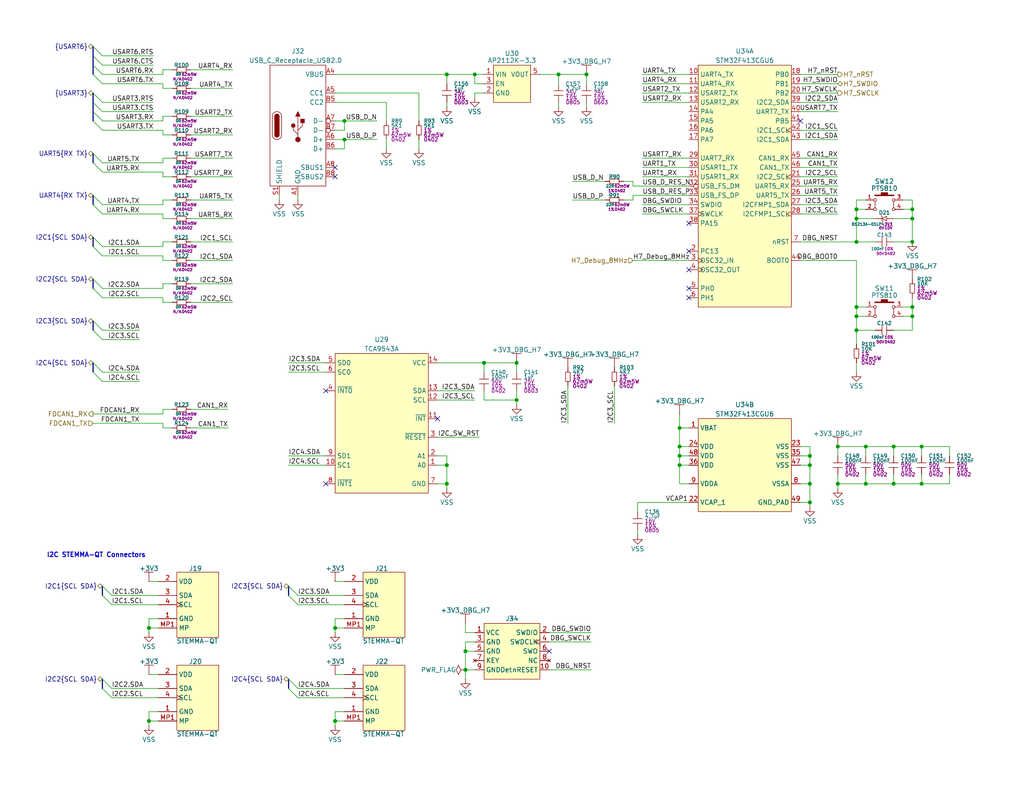
<source format=kicad_sch>
(kicad_sch (version 20250114) (generator "eeschema") (generator_version "9.0")
  (paper "USLetter")
  (title_block (title "STM32H7 Debugger") (date "2025-03-31") (rev "1") (comment 2 "PROTOTYPE") (comment 3 "2025"))
  (text "I2C STEMMA-QT Connectors" (at 12.7 152.4 0) (effects (font (size 1.27 1.27) (thickness 0.254) (bold yes)) (justify left bottom)))
  (junction (at 243.84 132.08))
  (junction (at 233.68 59.69))
  (junction (at 248.92 66.04))
  (junction (at 127 177.8))
  (junction (at 251.46 121.92))
  (junction (at 93.98 33.02))
  (junction (at 233.68 66.04))
  (junction (at 236.22 132.08))
  (junction (at 233.68 83.82))
  (junction (at 93.98 38.1))
  (junction (at 228.6 132.08))
  (junction (at 127 182.88))
  (junction (at 185.42 124.46))
  (junction (at 160.02 20.32))
  (junction (at 248.92 83.82))
  (junction (at 220.98 124.46))
  (junction (at 248.92 59.69))
  (junction (at 91.44 196.85))
  (junction (at 140.97 109.22))
  (junction (at 91.44 171.45))
  (junction (at 248.92 86.36))
  (junction (at 220.98 132.08))
  (junction (at 132.08 99.06))
  (junction (at 251.46 132.08))
  (junction (at 233.68 57.15))
  (junction (at 185.42 121.92))
  (junction (at 185.42 127))
  (junction (at 40.64 171.45))
  (junction (at 185.42 116.84))
  (junction (at 140.97 99.06))
  (junction (at 220.98 127))
  (junction (at 121.92 132.08))
  (junction (at 233.68 90.17))
  (junction (at 152.4 20.32))
  (junction (at 228.6 121.92))
  (junction (at 121.92 20.32))
  (junction (at 236.22 121.92))
  (junction (at 243.84 121.92))
  (junction (at 248.92 57.15))
  (junction (at 129.54 20.32))
  (junction (at 121.92 127))
  (junction (at 220.98 137.16))
  (junction (at 40.64 196.85))
  (junction (at 233.68 86.36))
  (no_connect (at 187.96 81.28))
  (no_connect (at 187.96 60.96))
  (no_connect (at 187.96 68.58))
  (no_connect (at 88.9 132.08))
  (no_connect (at 149.86 177.8))
  (no_connect (at 119.38 114.3))
  (no_connect (at 187.96 78.74))
  (no_connect (at 91.44 45.72))
  (no_connect (at 218.44 33.02))
  (no_connect (at 88.9 106.68))
  (no_connect (at 187.96 73.66))
  (no_connect (at 91.44 48.26))
  (bus_entry (at 30.48 187.96) (size -2.54 -2.54))
  (bus_entry (at 27.94 58.42) (size -2.54 -2.54))
  (bus_entry (at 27.94 33.02) (size -2.54 -2.54))
  (bus_entry (at 27.94 55.88) (size -2.54 -2.54))
  (bus_entry (at 27.94 78.74) (size -2.54 -2.54))
  (bus_entry (at 27.94 20.32) (size -2.54 -2.54))
  (bus_entry (at 27.94 67.31) (size -2.54 -2.54))
  (bus_entry (at 27.94 104.14) (size -2.54 -2.54))
  (bus_entry (at 30.48 190.5) (size -2.54 -2.54))
  (bus_entry (at 27.94 90.17) (size -2.54 -2.54))
  (bus_entry (at 81.28 190.5) (size -2.54 -2.54))
  (bus_entry (at 27.94 92.71) (size -2.54 -2.54))
  (bus_entry (at 27.94 30.48) (size -2.54 -2.54))
  (bus_entry (at 27.94 22.86) (size -2.54 -2.54))
  (bus_entry (at 27.94 35.56) (size -2.54 -2.54))
  (bus_entry (at 27.94 44.45) (size -2.54 -2.54))
  (bus_entry (at 81.28 165.1) (size -2.54 -2.54))
  (bus_entry (at 27.94 81.28) (size -2.54 -2.54))
  (bus_entry (at 27.94 46.99) (size -2.54 -2.54))
  (bus_entry (at 81.28 187.96) (size -2.54 -2.54))
  (bus_entry (at 27.94 15.24) (size -2.54 -2.54))
  (bus_entry (at 27.94 27.94) (size -2.54 -2.54))
  (bus_entry (at 27.94 17.78) (size -2.54 -2.54))
  (bus_entry (at 30.48 162.56) (size -2.54 -2.54))
  (bus_entry (at 81.28 162.56) (size -2.54 -2.54))
  (bus_entry (at 27.94 101.6) (size -2.54 -2.54))
  (bus_entry (at 27.94 69.85) (size -2.54 -2.54))
  (bus_entry (at 30.48 165.1) (size -2.54 -2.54))
  (wire (pts (xy 129.54 175.26) (xy 127 175.26)))
  (wire (pts (xy 44.45 59.69) (xy 44.45 58.42)))
  (wire (pts (xy 246.38 83.82) (xy 248.92 83.82)))
  (wire (pts (xy 121.92 132.08) (xy 119.38 132.08)))
  (wire (pts (xy 46.99 82.55) (xy 44.45 82.55)))
  (wire (pts (xy 46.99 48.26) (xy 44.45 48.26)))
  (wire (pts (xy 218.44 22.86) (xy 228.6 22.86)))
  (wire (pts (xy 44.45 36.83) (xy 44.45 35.56)))
  (wire (pts (xy 167.64 105.41) (xy 167.64 115.57)))
  (wire (pts (xy 132.08 109.22) (xy 140.97 109.22)))
  (wire (pts (xy 27.94 46.99) (xy 44.45 46.99)))
  (wire (pts (xy 185.42 116.84) (xy 187.96 116.84)))
  (bus (pts (xy 25.4 55.88) (xy 25.4 53.34)))
  (wire (pts (xy 228.6 55.88) (xy 218.44 55.88)))
  (wire (pts (xy 140.97 101.6) (xy 140.97 99.06)))
  (wire (pts (xy 46.99 54.61) (xy 44.45 54.61)))
  (wire (pts (xy 218.44 48.26) (xy 228.6 48.26)))
  (wire (pts (xy 185.42 132.08) (xy 185.42 127)))
  (wire (pts (xy 218.44 127) (xy 220.98 127)))
  (wire (pts (xy 149.86 182.88) (xy 161.29 182.88)))
  (wire (pts (xy 44.45 116.84) (xy 44.45 115.57)))
  (wire (pts (xy 152.4 20.32) (xy 147.32 20.32)))
  (wire (pts (xy 129.54 20.32) (xy 132.08 20.32)))
  (wire (pts (xy 44.45 82.55) (xy 44.45 81.28)))
  (wire (pts (xy 30.48 187.96) (xy 43.18 187.96)))
  (wire (pts (xy 218.44 71.12) (xy 233.68 71.12)))
  (wire (pts (xy 81.28 165.1) (xy 93.98 165.1)))
  (wire (pts (xy 44.45 31.75) (xy 44.45 33.02)))
  (wire (pts (xy 251.46 132.08) (xy 243.84 132.08)))
  (wire (pts (xy 81.28 53.34) (xy 81.28 54.61)))
  (wire (pts (xy 236.22 129.54) (xy 236.22 132.08)))
  (wire (pts (xy 81.28 190.5) (xy 93.98 190.5)))
  (bus (pts (xy 25.4 101.6) (xy 25.4 99.06)))
  (wire (pts (xy 243.84 121.92) (xy 236.22 121.92)))
  (wire (pts (xy 251.46 121.92) (xy 251.46 124.46)))
  (wire (pts (xy 132.08 99.06) (xy 140.97 99.06)))
  (wire (pts (xy 52.07 19.05) (xy 63.5 19.05)))
  (wire (pts (xy 44.45 66.04) (xy 44.45 67.31)))
  (bus (pts (xy 25.4 90.17) (xy 25.4 87.63)))
  (wire (pts (xy 172.72 53.34) (xy 187.96 53.34)))
  (wire (pts (xy 233.68 86.36) (xy 236.22 86.36)))
  (wire (pts (xy 127 177.8) (xy 127 182.88)))
  (wire (pts (xy 40.64 184.15) (xy 43.18 184.15)))
  (wire (pts (xy 27.94 78.74) (xy 44.45 78.74)))
  (wire (pts (xy 228.6 50.8) (xy 218.44 50.8)))
  (wire (pts (xy 248.92 86.36) (xy 248.92 90.17)))
  (wire (pts (xy 121.92 127) (xy 121.92 132.08)))
  (wire (pts (xy 114.3 25.4) (xy 91.44 25.4)))
  (wire (pts (xy 175.26 20.32) (xy 187.96 20.32)))
  (wire (pts (xy 185.42 127) (xy 185.42 124.46)))
  (wire (pts (xy 152.4 27.94) (xy 152.4 29.21)))
  (bus (pts (xy 25.4 25.4) (xy 25.4 27.94)))
  (wire (pts (xy 81.28 162.56) (xy 93.98 162.56)))
  (wire (pts (xy 185.42 113.03) (xy 185.42 116.84)))
  (wire (pts (xy 129.54 26.67) (xy 129.54 25.4)))
  (wire (pts (xy 233.68 59.69) (xy 238.76 59.69)))
  (wire (pts (xy 114.3 38.1) (xy 114.3 40.64)))
  (wire (pts (xy 44.45 77.47) (xy 44.45 78.74)))
  (wire (pts (xy 246.38 57.15) (xy 248.92 57.15)))
  (wire (pts (xy 52.07 54.61) (xy 63.5 54.61)))
  (bus (pts (xy 25.4 12.7) (xy 25.4 15.24)))
  (wire (pts (xy 187.96 132.08) (xy 185.42 132.08)))
  (wire (pts (xy 91.44 33.02) (xy 93.98 33.02)))
  (wire (pts (xy 46.99 59.69) (xy 44.45 59.69)))
  (wire (pts (xy 233.68 90.17) (xy 238.76 90.17)))
  (wire (pts (xy 78.74 99.06) (xy 88.9 99.06)))
  (wire (pts (xy 27.94 33.02) (xy 44.45 33.02)))
  (wire (pts (xy 233.68 57.15) (xy 236.22 57.15)))
  (wire (pts (xy 233.68 86.36) (xy 233.68 90.17)))
  (wire (pts (xy 218.44 20.32) (xy 228.6 20.32)))
  (wire (pts (xy 170.18 49.53) (xy 172.72 49.53)))
  (wire (pts (xy 233.68 66.04) (xy 238.76 66.04)))
  (wire (pts (xy 93.98 168.91) (xy 91.44 168.91)))
  (wire (pts (xy 233.68 90.17) (xy 233.68 93.98)))
  (wire (pts (xy 228.6 121.92) (xy 228.6 124.46)))
  (wire (pts (xy 248.92 83.82) (xy 248.92 86.36)))
  (wire (pts (xy 233.68 83.82) (xy 233.68 86.36)))
  (bus (pts (xy 25.4 33.02) (xy 25.4 30.48)))
  (wire (pts (xy 41.91 30.48) (xy 27.94 30.48)))
  (wire (pts (xy 46.99 19.05) (xy 44.45 19.05)))
  (wire (pts (xy 220.98 138.43) (xy 220.98 137.16)))
  (wire (pts (xy 175.26 55.88) (xy 187.96 55.88)))
  (wire (pts (xy 93.98 38.1) (xy 93.98 40.64)))
  (wire (pts (xy 27.94 81.28) (xy 44.45 81.28)))
  (wire (pts (xy 78.74 127) (xy 88.9 127)))
  (wire (pts (xy 140.97 110.49) (xy 140.97 109.22)))
  (wire (pts (xy 236.22 83.82) (xy 233.68 83.82)))
  (wire (pts (xy 41.91 15.24) (xy 27.94 15.24)))
  (wire (pts (xy 30.48 162.56) (xy 43.18 162.56)))
  (wire (pts (xy 52.07 116.84) (xy 62.23 116.84)))
  (wire (pts (xy 46.99 71.12) (xy 44.45 71.12)))
  (wire (pts (xy 91.44 40.64) (xy 93.98 40.64)))
  (wire (pts (xy 40.64 158.75) (xy 43.18 158.75)))
  (wire (pts (xy 40.64 171.45) (xy 43.18 171.45)))
  (bus (pts (xy 25.4 30.48) (xy 25.4 27.94)))
  (wire (pts (xy 52.07 82.55) (xy 63.5 82.55)))
  (wire (pts (xy 121.92 133.35) (xy 121.92 132.08)))
  (wire (pts (xy 46.99 77.47) (xy 44.45 77.47)))
  (wire (pts (xy 41.91 27.94) (xy 27.94 27.94)))
  (wire (pts (xy 172.72 49.53) (xy 172.72 50.8)))
  (wire (pts (xy 27.94 58.42) (xy 44.45 58.42)))
  (wire (pts (xy 52.07 111.76) (xy 62.23 111.76)))
  (wire (pts (xy 132.08 106.68) (xy 132.08 109.22)))
  (wire (pts (xy 218.44 27.94) (xy 228.6 27.94)))
  (wire (pts (xy 218.44 35.56) (xy 228.6 35.56)))
  (wire (pts (xy 44.45 111.76) (xy 44.45 113.03)))
  (wire (pts (xy 233.68 57.15) (xy 233.68 59.69)))
  (wire (pts (xy 220.98 124.46) (xy 220.98 127)))
  (wire (pts (xy 52.07 48.26) (xy 63.5 48.26)))
  (bus (pts (xy 78.74 187.96) (xy 78.74 185.42)))
  (wire (pts (xy 175.26 48.26) (xy 187.96 48.26)))
  (wire (pts (xy 43.18 168.91) (xy 40.64 168.91)))
  (wire (pts (xy 243.84 121.92) (xy 243.84 124.46)))
  (wire (pts (xy 156.21 49.53) (xy 165.1 49.53)))
  (wire (pts (xy 127 170.18) (xy 127 172.72)))
  (wire (pts (xy 243.84 59.69) (xy 248.92 59.69)))
  (bus (pts (xy 78.74 162.56) (xy 78.74 160.02)))
  (wire (pts (xy 105.41 33.02) (xy 105.41 27.94)))
  (wire (pts (xy 218.44 45.72) (xy 228.6 45.72)))
  (wire (pts (xy 46.99 31.75) (xy 44.45 31.75)))
  (wire (pts (xy 173.99 144.78) (xy 173.99 146.05)))
  (wire (pts (xy 44.45 48.26) (xy 44.45 46.99)))
  (wire (pts (xy 119.38 127) (xy 121.92 127)))
  (wire (pts (xy 233.68 83.82) (xy 233.68 71.12)))
  (wire (pts (xy 46.99 24.13) (xy 44.45 24.13)))
  (wire (pts (xy 152.4 22.86) (xy 152.4 20.32)))
  (wire (pts (xy 40.64 172.72) (xy 40.64 171.45)))
  (wire (pts (xy 129.54 25.4) (xy 132.08 25.4)))
  (wire (pts (xy 52.07 77.47) (xy 63.5 77.47)))
  (wire (pts (xy 243.84 132.08) (xy 236.22 132.08)))
  (wire (pts (xy 175.26 27.94) (xy 187.96 27.94)))
  (wire (pts (xy 91.44 168.91) (xy 91.44 171.45)))
  (bus (pts (xy 25.4 15.24) (xy 25.4 17.78)))
  (wire (pts (xy 78.74 101.6) (xy 88.9 101.6)))
  (wire (pts (xy 233.68 99.06) (xy 233.68 101.6)))
  (wire (pts (xy 228.6 132.08) (xy 228.6 129.54)))
  (wire (pts (xy 175.26 25.4) (xy 187.96 25.4)))
  (wire (pts (xy 25.4 113.03) (xy 44.45 113.03)))
  (wire (pts (xy 218.44 66.04) (xy 233.68 66.04)))
  (wire (pts (xy 185.42 127) (xy 187.96 127)))
  (wire (pts (xy 63.5 31.75) (xy 52.07 31.75)))
  (wire (pts (xy 121.92 20.32) (xy 129.54 20.32)))
  (wire (pts (xy 93.98 38.1) (xy 102.87 38.1)))
  (wire (pts (xy 127 182.88) (xy 127 185.42)))
  (wire (pts (xy 27.94 35.56) (xy 44.45 35.56)))
  (wire (pts (xy 121.92 20.32) (xy 121.92 22.86)))
  (wire (pts (xy 119.38 124.46) (xy 121.92 124.46)))
  (wire (pts (xy 218.44 30.48) (xy 228.6 30.48)))
  (wire (pts (xy 220.98 121.92) (xy 220.98 124.46)))
  (wire (pts (xy 46.99 66.04) (xy 44.45 66.04)))
  (wire (pts (xy 41.91 17.78) (xy 27.94 17.78)))
  (wire (pts (xy 121.92 27.94) (xy 121.92 29.21)))
  (bus (pts (xy 27.94 162.56) (xy 27.94 160.02)))
  (wire (pts (xy 91.44 196.85) (xy 93.98 196.85)))
  (wire (pts (xy 52.07 59.69) (xy 63.5 59.69)))
  (wire (pts (xy 248.92 90.17) (xy 243.84 90.17)))
  (wire (pts (xy 236.22 121.92) (xy 228.6 121.92)))
  (wire (pts (xy 218.44 43.18) (xy 228.6 43.18)))
  (wire (pts (xy 248.92 57.15) (xy 248.92 59.69)))
  (wire (pts (xy 40.64 198.12) (xy 40.64 196.85)))
  (wire (pts (xy 129.54 177.8) (xy 127 177.8)))
  (wire (pts (xy 129.54 22.86) (xy 129.54 20.32)))
  (wire (pts (xy 251.46 129.54) (xy 251.46 132.08)))
  (wire (pts (xy 119.38 109.22) (xy 129.54 109.22)))
  (wire (pts (xy 175.26 43.18) (xy 187.96 43.18)))
  (wire (pts (xy 154.94 105.41) (xy 154.94 115.57)))
  (wire (pts (xy 27.94 104.14) (xy 38.1 104.14)))
  (wire (pts (xy 27.94 90.17) (xy 38.1 90.17)))
  (wire (pts (xy 127 175.26) (xy 127 177.8)))
  (wire (pts (xy 44.45 71.12) (xy 44.45 69.85)))
  (wire (pts (xy 175.26 58.42) (xy 187.96 58.42)))
  (wire (pts (xy 91.44 35.56) (xy 93.98 35.56)))
  (wire (pts (xy 25.4 115.57) (xy 44.45 115.57)))
  (wire (pts (xy 218.44 121.92) (xy 220.98 121.92)))
  (wire (pts (xy 236.22 121.92) (xy 236.22 124.46)))
  (wire (pts (xy 127 182.88) (xy 129.54 182.88)))
  (wire (pts (xy 119.38 106.68) (xy 129.54 106.68)))
  (wire (pts (xy 93.98 33.02) (xy 102.87 33.02)))
  (wire (pts (xy 52.07 43.18) (xy 63.5 43.18)))
  (wire (pts (xy 46.99 116.84) (xy 44.45 116.84)))
  (wire (pts (xy 243.84 66.04) (xy 248.92 66.04)))
  (wire (pts (xy 248.92 54.61) (xy 248.92 57.15)))
  (wire (pts (xy 30.48 165.1) (xy 43.18 165.1)))
  (wire (pts (xy 105.41 27.94) (xy 91.44 27.94)))
  (wire (pts (xy 220.98 137.16) (xy 218.44 137.16)))
  (wire (pts (xy 52.07 66.04) (xy 63.5 66.04)))
  (wire (pts (xy 218.44 38.1) (xy 228.6 38.1)))
  (wire (pts (xy 175.26 22.86) (xy 187.96 22.86)))
  (wire (pts (xy 259.08 132.08) (xy 251.46 132.08)))
  (wire (pts (xy 175.26 45.72) (xy 187.96 45.72)))
  (wire (pts (xy 248.92 59.69) (xy 248.92 66.04)))
  (wire (pts (xy 52.07 71.12) (xy 63.5 71.12)))
  (wire (pts (xy 236.22 54.61) (xy 233.68 54.61)))
  (wire (pts (xy 127 172.72) (xy 129.54 172.72)))
  (wire (pts (xy 44.45 19.05) (xy 44.45 20.32)))
  (wire (pts (xy 46.99 36.83) (xy 44.45 36.83)))
  (wire (pts (xy 119.38 99.06) (xy 132.08 99.06)))
  (wire (pts (xy 44.45 54.61) (xy 44.45 55.88)))
  (wire (pts (xy 246.38 86.36) (xy 248.92 86.36)))
  (wire (pts (xy 93.98 194.31) (xy 91.44 194.31)))
  (wire (pts (xy 46.99 43.18) (xy 44.45 43.18)))
  (wire (pts (xy 220.98 132.08) (xy 220.98 137.16)))
  (wire (pts (xy 160.02 22.86) (xy 160.02 20.32)))
  (wire (pts (xy 52.07 24.13) (xy 63.5 24.13)))
  (wire (pts (xy 91.44 172.72) (xy 91.44 171.45)))
  (wire (pts (xy 233.68 54.61) (xy 233.68 57.15)))
  (bus (pts (xy 25.4 44.45) (xy 25.4 41.91)))
  (wire (pts (xy 218.44 132.08) (xy 220.98 132.08)))
  (wire (pts (xy 259.08 129.54) (xy 259.08 132.08)))
  (wire (pts (xy 91.44 158.75) (xy 93.98 158.75)))
  (wire (pts (xy 132.08 22.86) (xy 129.54 22.86)))
  (wire (pts (xy 93.98 35.56) (xy 93.98 33.02)))
  (wire (pts (xy 78.74 124.46) (xy 88.9 124.46)))
  (wire (pts (xy 236.22 132.08) (xy 228.6 132.08)))
  (wire (pts (xy 27.94 22.86) (xy 44.45 22.86)))
  (wire (pts (xy 44.45 43.18) (xy 44.45 44.45)))
  (bus (pts (xy 25.4 67.31) (xy 25.4 64.77)))
  (wire (pts (xy 149.86 172.72) (xy 161.29 172.72)))
  (wire (pts (xy 27.94 44.45) (xy 44.45 44.45)))
  (wire (pts (xy 63.5 36.83) (xy 52.07 36.83)))
  (wire (pts (xy 185.42 124.46) (xy 187.96 124.46)))
  (wire (pts (xy 76.2 53.34) (xy 76.2 54.61)))
  (wire (pts (xy 218.44 53.34) (xy 228.6 53.34)))
  (wire (pts (xy 185.42 124.46) (xy 185.42 121.92)))
  (wire (pts (xy 43.18 194.31) (xy 40.64 194.31)))
  (wire (pts (xy 172.72 71.12) (xy 187.96 71.12)))
  (wire (pts (xy 172.72 50.8) (xy 187.96 50.8)))
  (wire (pts (xy 27.94 20.32) (xy 44.45 20.32)))
  (wire (pts (xy 218.44 25.4) (xy 228.6 25.4)))
  (bus (pts (xy 25.4 20.32) (xy 25.4 17.78)))
  (wire (pts (xy 91.44 194.31) (xy 91.44 196.85)))
  (wire (pts (xy 27.94 92.71) (xy 38.1 92.71)))
  (wire (pts (xy 173.99 139.7) (xy 173.99 137.16)))
  (wire (pts (xy 40.64 168.91) (xy 40.64 171.45)))
  (wire (pts (xy 27.94 69.85) (xy 44.45 69.85)))
  (wire (pts (xy 246.38 54.61) (xy 248.92 54.61)))
  (wire (pts (xy 91.44 184.15) (xy 93.98 184.15)))
  (wire (pts (xy 91.44 171.45) (xy 93.98 171.45)))
  (wire (pts (xy 149.86 175.26) (xy 161.29 175.26)))
  (wire (pts (xy 119.38 119.38) (xy 130.81 119.38)))
  (wire (pts (xy 259.08 121.92) (xy 259.08 124.46)))
  (wire (pts (xy 243.84 129.54) (xy 243.84 132.08)))
  (wire (pts (xy 121.92 124.46) (xy 121.92 127)))
  (wire (pts (xy 160.02 20.32) (xy 152.4 20.32)))
  (wire (pts (xy 259.08 121.92) (xy 251.46 121.92)))
  (wire (pts (xy 185.42 121.92) (xy 185.42 116.84)))
  (wire (pts (xy 228.6 132.08) (xy 228.6 133.35)))
  (wire (pts (xy 27.94 55.88) (xy 44.45 55.88)))
  (wire (pts (xy 46.99 111.76) (xy 44.45 111.76)))
  (wire (pts (xy 91.44 20.32) (xy 121.92 20.32)))
  (wire (pts (xy 156.21 54.61) (xy 165.1 54.61)))
  (wire (pts (xy 251.46 121.92) (xy 243.84 121.92)))
  (wire (pts (xy 160.02 27.94) (xy 160.02 29.21)))
  (wire (pts (xy 173.99 137.16) (xy 187.96 137.16)))
  (wire (pts (xy 218.44 124.46) (xy 220.98 124.46)))
  (wire (pts (xy 81.28 187.96) (xy 93.98 187.96)))
  (wire (pts (xy 172.72 54.61) (xy 172.72 53.34)))
  (wire (pts (xy 40.64 196.85) (xy 43.18 196.85)))
  (wire (pts (xy 91.44 198.12) (xy 91.44 196.85)))
  (wire (pts (xy 248.92 81.28) (xy 248.92 83.82)))
  (wire (pts (xy 40.64 194.31) (xy 40.64 196.85)))
  (wire (pts (xy 220.98 127) (xy 220.98 132.08)))
  (wire (pts (xy 30.48 190.5) (xy 43.18 190.5)))
  (wire (pts (xy 91.44 38.1) (xy 93.98 38.1)))
  (wire (pts (xy 27.94 67.31) (xy 44.45 67.31)))
  (wire (pts (xy 27.94 101.6) (xy 38.1 101.6)))
  (wire (pts (xy 170.18 54.61) (xy 172.72 54.61)))
  (bus (pts (xy 25.4 78.74) (xy 25.4 76.2)))
  (bus (pts (xy 27.94 187.96) (xy 27.94 185.42)))
  (wire (pts (xy 114.3 33.02) (xy 114.3 25.4)))
  (wire (pts (xy 132.08 101.6) (xy 132.08 99.06)))
  (wire (pts (xy 44.45 24.13) (xy 44.45 22.86)))
  (wire (pts (xy 228.6 58.42) (xy 218.44 58.42)))
  (wire (pts (xy 185.42 121.92) (xy 187.96 121.92)))
  (wire (pts (xy 105.41 38.1) (xy 105.41 40.64)))
  (wire (pts (xy 140.97 106.68) (xy 140.97 109.22)))
  (wire (pts (xy 233.68 59.69) (xy 233.68 66.04)))
  (label "USB_D_RES_N" (at 175.26 50.8 0))
  (label "USART6.RTS" (at 41.91 15.24 180))
  (label "I2C1_SCL" (at 228.6 35.56 180))
  (label "I2C3_SDA" (at 154.94 115.57 90))
  (label "USART3.CTS" (at 41.91 30.48 180))
  (label "I2C4.SDA" (at 81.28 187.96 0))
  (label "USART7_RX" (at 63.5 48.26 180))
  (label "UART4.TX" (at 38.1 55.88 180))
  (label "CAN1_TX" (at 62.23 116.84 180))
  (label "I2C1.SCL" (at 38.1 69.85 180))
  (label "USART6.TX" (at 41.91 22.86 180))
  (label "USART2_TX" (at 175.26 25.4 0))
  (label "I2C1.SDA" (at 38.1 67.31 180))
  (label "I2C1_SDA" (at 63.5 71.12 180))
  (label "I2C3.SCL" (at 38.1 92.71 180))
  (label "DBG_NRST" (at 228.6 66.04 180))
  (label "CAN1_TX" (at 228.6 45.72 180))
  (label "USB_D_P" (at 102.87 38.1 180))
  (label "I2C3_SDA" (at 228.6 55.88 180))
  (label "I2C4.SCL" (at 38.1 104.14 180))
  (label "I2C2_SCL" (at 63.5 82.55 180))
  (label "I2C3.SCL" (at 78.74 101.6 0))
  (label "CAN1_RX" (at 228.6 43.18 180))
  (label "I2C_SW_RST" (at 130.81 119.38 180))
  (label "DBG_SWCLK" (at 161.29 175.26 180))
  (label "UART4_RX" (at 175.26 22.86 0))
  (label "I2C3.SDA" (at 78.74 99.06 0))
  (label "UART4_TX" (at 175.26 20.32 0))
  (label "UART1_TX" (at 175.26 45.72 0))
  (label "I2C4.SCL" (at 78.74 127 0))
  (label "I2C1_SDA" (at 228.6 38.1 180))
  (label "UART5_RX" (at 63.5 59.69 180))
  (label "UART4.RX" (at 38.1 58.42 180))
  (label "DBG_NRST" (at 161.29 182.88 180))
  (label "H7_SWDIO" (at 228.6 22.86 180))
  (label "USART3.RTS" (at 41.91 27.94 180))
  (label "I2C4.SCL" (at 81.28 190.5 0))
  (label "I2C3_SCL" (at 129.54 109.22 180))
  (label "UART5_RX" (at 228.6 50.8 180))
  (label "USART6.RX" (at 41.91 20.32 180))
  (label "I2C3_SCL" (at 167.64 115.57 90))
  (label "UART1_RX" (at 175.26 48.26 0))
  (label "I2C2.SCL" (at 30.48 190.5 0))
  (label "DBG_SWCLK" (at 175.26 58.42 0))
  (label "UART5.RX" (at 38.1 46.99 180))
  (label "USART2_RX" (at 63.5 36.83 180))
  (label "USART7_RX" (at 175.26 43.18 0))
  (label "I2C1.SCL" (at 30.48 165.1 0))
  (label "DBG_SWDIO" (at 161.29 172.72 180))
  (label "I2C2.SCL" (at 38.1 81.28 180))
  (label "DBG_SWDIO" (at 175.26 55.88 0))
  (label "USART6.CTS" (at 41.91 17.78 180))
  (label "H7_SWCLK" (at 228.6 25.4 180))
  (label "I2C2.SDA" (at 38.1 78.74 180))
  (label "FDCAN1_TX" (at 38.1 115.57 180))
  (label "I2C2_SCL" (at 228.6 48.26 180))
  (label "USART7_TX" (at 228.6 30.48 180))
  (label "FDCAN1_RX" (at 38.1 113.03 180))
  (label "I2C4.SDA" (at 38.1 101.6 180))
  (label "UART5_TX" (at 228.6 53.34 180))
  (label "USART3.TX" (at 41.91 35.56 180))
  (label "USB_D_N" (at 102.87 33.02 180))
  (label "I2C3_SCL" (at 228.6 58.42 180))
  (label "UART4_RX" (at 63.5 19.05 180))
  (label "UART4_TX" (at 63.5 24.13 180))
  (label "USART7_TX" (at 63.5 43.18 180))
  (label "I2C3.SDA" (at 38.1 90.17 180))
  (label "H7_Debug_8MHz" (at 172.72 71.12 0))
  (label "I2C2_SDA" (at 228.6 27.94 180))
  (label "DBG_BOOT0" (at 228.6 71.12 180))
  (label "USB_D_RES_P" (at 175.26 53.34 0))
  (label "I2C1_SCL" (at 63.5 66.04 180))
  (label "I2C1.SDA" (at 30.48 162.56 0))
  (label "I2C3.SDA" (at 81.28 162.56 0))
  (label "USB_D_N" (at 156.21 49.53 0))
  (label "H7_nRST" (at 228.6 20.32 180))
  (label "I2C2.SDA" (at 30.48 187.96 0))
  (label "I2C2_SDA" (at 63.5 77.47 180))
  (label "I2C3_SDA" (at 129.54 106.68 180))
  (label "USB_D_P" (at 156.21 54.61 0))
  (label "I2C4.SDA" (at 78.74 124.46 0))
  (label "USART3.RX" (at 41.91 33.02 180))
  (label "VCAP1" (at 181.61 137.16 0))
  (label "USART2_TX" (at 63.5 31.75 180))
  (label "UART5.TX" (at 38.1 44.45 180))
  (label "UART5_TX" (at 63.5 54.61 180))
  (label "USART2_RX" (at 175.26 27.94 0))
  (label "I2C3.SCL" (at 81.28 165.1 0))
  (label "CAN1_RX" (at 62.23 111.76 180))
  (hierarchical_label "I2C2{SCL SDA}" (shape bidirectional) (at 25.4 76.2 180))
  (hierarchical_label "FDCAN1_TX" (shape input) (at 25.4 115.57 180))
  (hierarchical_label "UART4{RX TX}" (shape bidirectional) (at 25.4 53.34 180))
  (hierarchical_label "H7_Debug_8MHz" (shape input) (at 172.72 71.12 180))
  (hierarchical_label "{USART3}" (shape bidirectional) (at 25.4 25.4 180))
  (hierarchical_label "I2C1{SCL SDA}" (shape bidirectional) (at 27.94 160.02 180))
  (hierarchical_label "I2C3{SCL SDA}" (shape bidirectional) (at 78.74 160.02 180))
  (hierarchical_label "I2C1{SCL SDA}" (shape bidirectional) (at 25.4 64.77 180))
  (hierarchical_label "FDCAN1_RX" (shape output) (at 25.4 113.03 180))
  (hierarchical_label "H7_SWDIO" (shape bidirectional) (at 228.6 22.86 0))
  (hierarchical_label "I2C2{SCL SDA}" (shape bidirectional) (at 27.94 185.42 180))
  (hierarchical_label "{USART6}" (shape bidirectional) (at 25.4 12.7 180))
  (hierarchical_label "I2C3{SCL SDA}" (shape bidirectional) (at 25.4 87.63 180))
  (hierarchical_label "H7_SWCLK" (shape output) (at 228.6 25.4 0))
  (hierarchical_label "UART5{RX TX}" (shape bidirectional) (at 25.4 41.91 180))
  (hierarchical_label "I2C4{SCL SDA}" (shape bidirectional) (at 25.4 99.06 180))
  (hierarchical_label "I2C4{SCL SDA}" (shape bidirectional) (at 78.74 185.42 180))
  (hierarchical_label "H7_nRST" (shape output) (at 228.6 20.32 0))
  (symbol (lib_id "lib_pwr:VSS") (at 40.64 172.72 0) (unit 1)
    (property "Reference" "#PWR0196" (effects (hide yes)))
    (property "Value" "VSS" (at 40.64 176.53 0))
  )
  (symbol (lib_id "lib_sch:AP2112K") (at 139.7 22.86 0) (unit 1)
    (property "Reference" "U30" (at 139.7 14.605 0))
    (property "Value" "AP2112K-3.3" (at 139.7 16.51 0))
    (property "Footprint" "lib_ICs:SOT25" (effects (hide yes)))
    (property "Datasheet" "datasheets/Diodes-Incorporated-AP2112.pdf" (effects (hide yes)))
    (property "Description" "IC REG LINEAR 3.3V 600MA SOT-25" (effects (hide yes)))
    (property "Manufacturer" "Diodes Incorporated" (effects (hide yes)))
    (property "MPN" "AP2112K-3.3TRG1" (effects (hide yes)))
    (property "DKPN" "AP2112K-3.3TRG1DICT-ND" (effects (hide yes)))
  )
  (symbol (lib_id "lib_pwr:+3V3_DBG_H7") (at 140.97 99.06 0) (unit 1)
    (property "Reference" "#PWR0360" (effects (hide yes)))
    (property "Value" "+3V3_DBG_H7" (at 140.97 95.504 0))
  )
  (symbol (lib_id "lib_pwr:VSS") (at 173.99 146.05 0) (mirror y) (unit 1)
    (property "Reference" "#PWR0328" (effects (hide yes)))
    (property "Value" "VSS" (at 173.99 149.86 0))
  )
  (symbol (lib_id "lib_sch:R_horizontal") (at 49.53 71.12 0) (unit 1)
    (property "Reference" "R122" (at 49.53 69.85 0) (effects (font (size 1.016 1.016))))
    (property "Value" "0R" (at 49.53 72.39 0) (effects (font (size 0.762 0.762)) (justify right)))
    (property "Footprint" "lib_passives:CRCW0402" (effects (hide yes)))
    (property "Datasheet" "datasheets/Vishay-Dale-DCRCWe3.pdf" (effects (hide yes)))
    (property "Description" "RES SMD 0 OHM JUMPER 1/16W 0402" (effects (hide yes)))
    (property "Manufacturer" "Vishay Dale" (effects (hide yes)))
    (property "MPN" "CRCW04020000Z0ED" (effects (hide yes)))
    (property "DKPN" "541-0.0JCT-ND" (effects (hide yes)))
    (property "Tolerance" "N/A" (at 49.53 73.66 0) (effects (font (size 0.762 0.762)) (justify right)))
    (property "Power Rating" "62m5W" (at 49.53 72.39 0) (effects (font (size 0.762 0.762)) (justify left)))
    (property "Package" "0402" (at 49.53 73.66 0) (effects (font (size 0.762 0.762)) (justify left)))
  )
  (symbol (lib_id "lib_pwr:VSS") (at 114.3 40.64 0) (unit 1)
    (property "Reference" "#PWR0366" (effects (hide yes)))
    (property "Value" "VSS" (at 114.3 44.45 0))
  )
  (symbol (lib_id "lib_sch:STEMMA-QT") (at 101.6 190.5 0) (unit 1)
    (property "Reference" "J22" (at 104.14 180.594 0))
    (property "Value" "STEMMA-QT" (at 104.648 200.406 0))
    (property "Footprint" "lib_connectors:JST_SH_BM04B-SRSS-TB" (effects (hide yes)))
    (property "Datasheet" "datasheets/JST-SH-Series.pdf" (effects (hide yes)))
    (property "Description" "CONN HEADER SMD 4POS 1MM" (effects (hide yes)))
    (property "Manufacturer" "JST Sales America Inc." (effects (hide yes)))
    (property "MPN" "BM04B-SRSS-TB" (effects (hide yes)))
    (property "DKPN" "455-BM04B-SRSS-TBCT-ND" (effects (hide yes)))
  )
  (symbol (lib_id "lib_sch:C") (at 173.99 142.24 0) (unit 1)
    (property "Reference" "C136" (at 175.895 139.7 0) (effects (font (size 1.016 1.016)) (justify left)))
    (property "Value" "4.7uF" (at 175.895 140.97 0) (effects (font (size 1.016 1.016)) (justify left)))
    (property "Footprint" "lib_passives:GCM0805" (effects (hide yes)))
    (property "Datasheet" "datasheets/Murata-Electronics-GRT21BR71C475KE13.pdf" (effects (hide yes)))
    (property "Description" "CAP CER 4.7UF 16V X7R 0805" (effects (hide yes)))
    (property "Manufacturer" "Murata Electronics" (effects (hide yes)))
    (property "MPN" "GRT21BR71C475KE13L" (effects (hide yes)))
    (property "DKPN" "490-GRT21BR71C475KE13LCT-ND" (effects (hide yes)))
    (property "Tolerance" "10%" (at 175.895 143.51 0) (effects (font (size 1.016 1.016)) (justify left)))
    (property "Voltage Rating" "16V" (at 175.895 142.24 0) (effects (font (size 1.016 1.016)) (justify left)))
    (property "Package" "0805" (at 175.895 144.78 0) (effects (font (size 1.016 1.016)) (justify left)))
  )
  (symbol (lib_id "lib_sch:R_horizontal") (at 49.53 111.76 0) (unit 1)
    (property "Reference" "R123" (at 49.53 110.49 0) (effects (font (size 1.016 1.016))))
    (property "Value" "0R" (at 49.53 113.03 0) (effects (font (size 0.762 0.762)) (justify right)))
    (property "Footprint" "lib_passives:CRCW0402" (effects (hide yes)))
    (property "Datasheet" "datasheets/Vishay-Dale-DCRCWe3.pdf" (effects (hide yes)))
    (property "Description" "RES SMD 0 OHM JUMPER 1/16W 0402" (effects (hide yes)))
    (property "Manufacturer" "Vishay Dale" (effects (hide yes)))
    (property "MPN" "CRCW04020000Z0ED" (effects (hide yes)))
    (property "DKPN" "541-0.0JCT-ND" (effects (hide yes)))
    (property "Tolerance" "N/A" (at 49.53 114.3 0) (effects (font (size 0.762 0.762)) (justify right)))
    (property "Power Rating" "62m5W" (at 49.53 113.03 0) (effects (font (size 0.762 0.762)) (justify left)))
    (property "Package" "0402" (at 49.53 114.3 0) (effects (font (size 0.762 0.762)) (justify left)))
  )
  (symbol (lib_id "lib_sch:STEMMA-QT") (at 50.8 165.1 0) (unit 1)
    (property "Reference" "J19" (at 53.34 155.194 0))
    (property "Value" "STEMMA-QT" (at 53.848 175.006 0))
    (property "Footprint" "lib_connectors:JST_SH_BM04B-SRSS-TB" (effects (hide yes)))
    (property "Datasheet" "datasheets/JST-SH-Series.pdf" (effects (hide yes)))
    (property "Description" "CONN HEADER SMD 4POS 1MM" (effects (hide yes)))
    (property "Manufacturer" "JST Sales America Inc." (effects (hide yes)))
    (property "MPN" "BM04B-SRSS-TB" (effects (hide yes)))
    (property "DKPN" "455-BM04B-SRSS-TBCT-ND" (effects (hide yes)))
  )
  (symbol (lib_id "lib_pwr:VSS") (at 127 185.42 0) (unit 1)
    (property "Reference" "#PWR0311" (effects (hide yes)))
    (property "Value" "VSS" (at 127 189.23 0))
  )
  (symbol (lib_id "lib_sch:R_horizontal") (at 49.53 19.05 0) (unit 1)
    (property "Reference" "R100" (at 49.53 17.78 0) (effects (font (size 1.016 1.016))))
    (property "Value" "0R" (at 49.53 20.32 0) (effects (font (size 0.762 0.762)) (justify right)))
    (property "Footprint" "lib_passives:CRCW0402" (effects (hide yes)))
    (property "Datasheet" "datasheets/Vishay-Dale-DCRCWe3.pdf" (effects (hide yes)))
    (property "Description" "RES SMD 0 OHM JUMPER 1/16W 0402" (effects (hide yes)))
    (property "Manufacturer" "Vishay Dale" (effects (hide yes)))
    (property "MPN" "CRCW04020000Z0ED" (effects (hide yes)))
    (property "DKPN" "541-0.0JCT-ND" (effects (hide yes)))
    (property "Tolerance" "N/A" (at 49.53 21.59 0) (effects (font (size 0.762 0.762)) (justify right)))
    (property "Power Rating" "62m5W" (at 49.53 20.32 0) (effects (font (size 0.762 0.762)) (justify left)))
    (property "Package" "0402" (at 49.53 21.59 0) (effects (font (size 0.762 0.762)) (justify left)))
  )
  (symbol (lib_id "lib_sch:C") (at 243.84 127 0) (unit 1)
    (property "Reference" "C150" (at 245.745 124.46 0) (effects (font (size 1.016 1.016)) (justify left)))
    (property "Value" "100nF" (at 245.745 125.73 0) (effects (font (size 1.016 1.016)) (justify left)))
    (property "Footprint" "lib_passives:GCM0402" (effects (hide yes)))
    (property "Datasheet" "datasheets/Murata-Electronics-GRT155R71H104KE01.pdf" (effects (hide yes)))
    (property "Description" "CAP CER 0.1UF 50V X7R 0402" (effects (hide yes)))
    (property "Manufacturer" "Murata Electronics" (effects (hide yes)))
    (property "MPN" "GRT155R71H104KE01D" (effects (hide yes)))
    (property "DKPN" "490-GRT155R71H104KE01DCT-ND" (effects (hide yes)))
    (property "Tolerance" "10%" (at 245.745 128.27 0) (effects (font (size 1.016 1.016)) (justify left)))
    (property "Voltage Rating" "50V" (at 245.745 127 0) (effects (font (size 1.016 1.016)) (justify left)))
    (property "Package" "0402" (at 245.745 129.54 0) (effects (font (size 1.016 1.016)) (justify left)))
  )
  (symbol (lib_id "lib_sch:C") (at 228.6 127 0) (unit 1)
    (property "Reference" "C148" (at 230.505 124.46 0) (effects (font (size 1.016 1.016)) (justify left)))
    (property "Value" "100nF" (at 230.505 125.73 0) (effects (font (size 1.016 1.016)) (justify left)))
    (property "Footprint" "lib_passives:GCM0402" (effects (hide yes)))
    (property "Datasheet" "datasheets/Murata-Electronics-GRT155R71H104KE01.pdf" (effects (hide yes)))
    (property "Description" "CAP CER 0.1UF 50V X7R 0402" (effects (hide yes)))
    (property "Manufacturer" "Murata Electronics" (effects (hide yes)))
    (property "MPN" "GRT155R71H104KE01D" (effects (hide yes)))
    (property "DKPN" "490-GRT155R71H104KE01DCT-ND" (effects (hide yes)))
    (property "Tolerance" "10%" (at 230.505 128.27 0) (effects (font (size 1.016 1.016)) (justify left)))
    (property "Voltage Rating" "50V" (at 230.505 127 0) (effects (font (size 1.016 1.016)) (justify left)))
    (property "Package" "0402" (at 230.505 129.54 0) (effects (font (size 1.016 1.016)) (justify left)))
  )
  (symbol (lib_id "lib_sch:STM32F413CGUx") (at 203.2 50.8 0) (unit 1)
    (property "Reference" "U34" (at 203.2 13.97 0))
    (property "Value" "STM32F413CGU6" (at 203.2 16.51 0))
    (property "Footprint" "lib_ICs:QFN50P700X700X60-48" (effects (hide yes)))
    (property "Datasheet" "datasheets/ST-STM32F413CG.pdf" (effects (hide yes)))
    (property "Description" "STM32F413CGU6" (effects (hide yes)))
    (property "Manufacturer" "STMicroelectronics" (effects (hide yes)))
    (property "MPN" "STM32F413CGU6" (effects (hide yes)))
    (property "DKPN" "497-17017-ND" (effects (hide yes)))
    (pin "26" (alternate "UART5_TX"))
    (pin "43" (alternate "I2C1_SDA"))
    (pin "30" (alternate "USART1_TX"))
    (pin "45" (alternate "CAN1_RX"))
    (pin "10" (alternate "UART4_TX"))
    (pin "12" (alternate "USART2_TX"))
    (pin "42" (alternate "I2C1_SCL"))
    (pin "39" (alternate "I2C2_SDA"))
    (pin "31" (alternate "USART1_RX"))
    (pin "4" (alternate "OSC32_OUT"))
    (pin "28" (alternate "I2CFMP1_SCL"))
    (pin "46" (alternate "CAN1_TX"))
    (pin "32" (alternate "USB_FS_DM"))
    (pin "13" (alternate "USART2_RX"))
    (pin "27" (alternate "I2CFMP1_SDA"))
    (pin "33" (alternate "USB_FS_DP"))
    (pin "3" (alternate "OSC32_IN"))
    (pin "11" (alternate "UART4_RX"))
    (pin "21" (alternate "I2C2_SCL"))
    (pin "25" (alternate "UART5_RX"))
    (pin "37" (alternate "SWCLK"))
    (pin "34" (alternate "SWDIO"))
    (pin "29" (alternate "UART7_RX"))
    (pin "40" (alternate "UART7_TX"))
  )
  (symbol (lib_id "lib_sch:R_horizontal") (at 49.53 36.83 0) (unit 1)
    (property "Reference" "R110" (at 49.53 35.56 0) (effects (font (size 1.016 1.016))))
    (property "Value" "0R" (at 49.53 38.1 0) (effects (font (size 0.762 0.762)) (justify right)))
    (property "Footprint" "lib_passives:CRCW0402" (effects (hide yes)))
    (property "Datasheet" "datasheets/Vishay-Dale-DCRCWe3.pdf" (effects (hide yes)))
    (property "Description" "RES SMD 0 OHM JUMPER 1/16W 0402" (effects (hide yes)))
    (property "Manufacturer" "Vishay Dale" (effects (hide yes)))
    (property "MPN" "CRCW04020000Z0ED" (effects (hide yes)))
    (property "DKPN" "541-0.0JCT-ND" (effects (hide yes)))
    (property "Tolerance" "N/A" (at 49.53 39.37 0) (effects (font (size 0.762 0.762)) (justify right)))
    (property "Power Rating" "62m5W" (at 49.53 38.1 0) (effects (font (size 0.762 0.762)) (justify left)))
    (property "Package" "0402" (at 49.53 39.37 0) (effects (font (size 0.762 0.762)) (justify left)))
  )
  (symbol (lib_id "lib_sch:C") (at 132.08 104.14 0) (unit 1)
    (property "Reference" "C140" (at 133.985 101.6 0) (effects (font (size 1.016 1.016)) (justify left)))
    (property "Value" "100nF" (at 133.985 102.87 0) (effects (font (size 1.016 1.016)) (justify left)))
    (property "Footprint" "lib_passives:GCM0402" (effects (hide yes)))
    (property "Datasheet" "datasheets/Murata-Electronics-GRT155R71H104KE01.pdf" (effects (hide yes)))
    (property "Description" "CAP CER 0.1UF 50V X7R 0402" (effects (hide yes)))
    (property "Manufacturer" "Murata Electronics" (effects (hide yes)))
    (property "MPN" "GRT155R71H104KE01D" (effects (hide yes)))
    (property "DKPN" "490-GRT155R71H104KE01DCT-ND" (effects (hide yes)))
    (property "Tolerance" "10%" (at 133.985 105.41 0) (effects (font (size 1.016 1.016)) (justify left)))
    (property "Voltage Rating" "50V" (at 133.985 104.14 0) (effects (font (size 1.016 1.016)) (justify left)))
    (property "Package" "0402" (at 133.985 106.68 0) (effects (font (size 1.016 1.016)) (justify left)))
  )
  (symbol (lib_id "lib_pwr:VSS") (at 233.68 101.6 0) (unit 1)
    (property "Reference" "#PWR0327" (effects (hide yes)))
    (property "Value" "VSS" (at 233.68 105.41 0))
  )
  (symbol (lib_id "lib_pwr:VSS") (at 160.02 29.21 0) (unit 1)
    (property "Reference" "#PWR0345" (effects (hide yes)))
    (property "Value" "VSS" (at 160.02 33.02 0))
  )
  (symbol (lib_id "lib_sch:R") (at 114.3 35.56 0) (unit 1)
    (property "Reference" "R93" (at 115.57 33.02 0) (effects (font (size 1.016 1.016)) (justify left)))
    (property "Value" "5K1" (at 115.57 34.29 0) (effects (font (size 1.016 1.016)) (justify left)))
    (property "Footprint" "lib_passives:CRCW0402" (effects (hide yes)))
    (property "Datasheet" "datasheets/Vishay-Dale-DRCWe3.pdf" (effects (hide yes)))
    (property "Description" "RES SMD 5.1K OHM 1% 1/16W 0402" (effects (hide yes)))
    (property "Manufacturer" "Vishay Dale" (effects (hide yes)))
    (property "MPN" "CRCW04025K10FKED" (effects (hide yes)))
    (property "DKPN" "541-5.10KLCT-ND" (effects (hide yes)))
    (property "Tolerance" "1%" (at 115.57 35.56 0) (effects (font (size 1.016 1.016)) (justify left)))
    (property "Power Rating" "62m5W" (at 115.57 36.83 0) (effects (font (size 1.016 1.016)) (justify left)))
    (property "Package" "0402" (at 115.57 38.1 0) (effects (font (size 1.016 1.016)) (justify left)))
  )
  (symbol (lib_id "lib_sch:C") (at 259.08 127 0) (unit 1)
    (property "Reference" "C152" (at 260.985 124.46 0) (effects (font (size 1.016 1.016)) (justify left)))
    (property "Value" "100nF" (at 260.985 125.73 0) (effects (font (size 1.016 1.016)) (justify left)))
    (property "Footprint" "lib_passives:GCM0402" (effects (hide yes)))
    (property "Datasheet" "datasheets/Murata-Electronics-GRT155R71H104KE01.pdf" (effects (hide yes)))
    (property "Description" "CAP CER 0.1UF 50V X7R 0402" (effects (hide yes)))
    (property "Manufacturer" "Murata Electronics" (effects (hide yes)))
    (property "MPN" "GRT155R71H104KE01D" (effects (hide yes)))
    (property "DKPN" "490-GRT155R71H104KE01DCT-ND" (effects (hide yes)))
    (property "Tolerance" "10%" (at 260.985 128.27 0) (effects (font (size 1.016 1.016)) (justify left)))
    (property "Voltage Rating" "50V" (at 260.985 127 0) (effects (font (size 1.016 1.016)) (justify left)))
    (property "Package" "0402" (at 260.985 129.54 0) (effects (font (size 1.016 1.016)) (justify left)))
  )
  (symbol (lib_id "lib_sch:C") (at 140.97 104.14 0) (unit 1)
    (property "Reference" "C141" (at 142.875 101.6 0) (effects (font (size 1.016 1.016)) (justify left)))
    (property "Value" "1uF" (at 142.875 102.87 0) (effects (font (size 1.016 1.016)) (justify left)))
    (property "Footprint" "lib_passives:GRT0603" (effects (hide yes)))
    (property "Datasheet" "datasheets/Murata-Electronics-GRT188R71E105KE13.pdf" (effects (hide yes)))
    (property "Description" "CAP CER 1UF 25V X7R 0603" (effects (hide yes)))
    (property "Manufacturer" "Murata Electronics" (effects (hide yes)))
    (property "MPN" "GRT188R71E105KE13D" (effects (hide yes)))
    (property "DKPN" "490-GRT188R71E105KE13DCT-ND" (effects (hide yes)))
    (property "Tolerance" "10%" (at 142.875 105.41 0) (effects (font (size 1.016 1.016)) (justify left)))
    (property "Voltage Rating" "25V" (at 142.875 104.14 0) (effects (font (size 1.016 1.016)) (justify left)))
    (property "Package" "0603" (at 142.875 106.68 0) (effects (font (size 1.016 1.016)) (justify left)))
  )
  (symbol (lib_id "lib_pwr:+3V3_DBG_H7") (at 185.42 113.03 0) (unit 1)
    (property "Reference" "#PWR0359" (effects (hide yes)))
    (property "Value" "+3V3_DBG_H7" (at 185.42 109.474 0))
  )
  (symbol (lib_id "lib_sch:SPST-NO Button") (at 241.3 55.88 0) (unit 1)
    (property "Reference" "SW12" (at 241.3 49.53 0))
    (property "Value" "PTS810" (at 241.3 51.435 0))
    (property "Footprint" "lib_switches:PTS810" (effects (hide yes)))
    (property "Datasheet" "datasheets/C&K-PTS810.pdf" (effects (hide yes)))
    (property "Description" "SWITCH TACTILE SPST-NO 0.05A 16V" (effects (hide yes)))
    (property "Manufacturer" "C&K" (effects (hide yes)))
    (property "MPN" "PTS810SJM250SMTR LFS" (effects (hide yes)))
    (property "DKPN" "CKN10502CT-ND" (effects (hide yes)))
  )
  (symbol (lib_id "lib_pwr:VSS") (at 129.54 26.67 0) (unit 1)
    (property "Reference" "#PWR0343" (effects (hide yes)))
    (property "Value" "VSS" (at 129.54 30.48 0))
  )
  (symbol (lib_id "lib_sch:R") (at 167.64 102.87 0) (unit 1)
    (property "Reference" "R103" (at 168.91 100.33 0) (effects (font (size 1.016 1.016)) (justify left)))
    (property "Value" "4K7" (at 168.91 101.6 0) (effects (font (size 1.016 1.016)) (justify left)))
    (property "Footprint" "lib_passives:CRCW0402" (effects (hide yes)))
    (property "Datasheet" "datasheets/Vishay-Dale-DCRCWe3.pdf" (effects (hide yes)))
    (property "Description" "RES SMD 4.7K OHM 1% 1/16W 0402" (effects (hide yes)))
    (property "Manufacturer" "Vishay Dale" (effects (hide yes)))
    (property "MPN" "CRCW04024K70FKED" (effects (hide yes)))
    (property "DKPN" "541-4.70KLCT-ND" (effects (hide yes)))
    (property "Tolerance" "1%" (at 168.91 102.87 0) (effects (font (size 1.016 1.016)) (justify left)))
    (property "Power Rating" "62m5W" (at 168.91 104.14 0) (effects (font (size 1.016 1.016)) (justify left)))
    (property "Package" "0402" (at 168.91 105.41 0) (effects (font (size 1.016 1.016)) (justify left)))
  )
  (symbol (lib_id "lib_sch:STEMMA-QT") (at 50.8 190.5 0) (unit 1)
    (property "Reference" "J20" (at 53.34 180.594 0))
    (property "Value" "STEMMA-QT" (at 53.848 200.406 0))
    (property "Footprint" "lib_connectors:JST_SH_BM04B-SRSS-TB" (effects (hide yes)))
    (property "Datasheet" "datasheets/JST-SH-Series.pdf" (effects (hide yes)))
    (property "Description" "CONN HEADER SMD 4POS 1MM" (effects (hide yes)))
    (property "Manufacturer" "JST Sales America Inc." (effects (hide yes)))
    (property "MPN" "BM04B-SRSS-TB" (effects (hide yes)))
    (property "DKPN" "455-BM04B-SRSS-TBCT-ND" (effects (hide yes)))
  )
  (symbol (lib_id "lib_sch:R") (at 105.41 35.56 0) (unit 1)
    (property "Reference" "R89" (at 106.68 33.02 0) (effects (font (size 1.016 1.016)) (justify left)))
    (property "Value" "5K1" (at 106.68 34.29 0) (effects (font (size 1.016 1.016)) (justify left)))
    (property "Footprint" "lib_passives:CRCW0402" (effects (hide yes)))
    (property "Datasheet" "datasheets/Vishay-Dale-DRCWe3.pdf" (effects (hide yes)))
    (property "Description" "RES SMD 5.1K OHM 1% 1/16W 0402" (effects (hide yes)))
    (property "Manufacturer" "Vishay Dale" (effects (hide yes)))
    (property "MPN" "CRCW04025K10FKED" (effects (hide yes)))
    (property "DKPN" "541-5.10KLCT-ND" (effects (hide yes)))
    (property "Tolerance" "1%" (at 106.68 35.56 0) (effects (font (size 1.016 1.016)) (justify left)))
    (property "Power Rating" "62m5W" (at 106.68 36.83 0) (effects (font (size 1.016 1.016)) (justify left)))
    (property "Package" "0402" (at 106.68 38.1 0) (effects (font (size 1.016 1.016)) (justify left)))
  )
  (symbol (lib_id "lib_pwr:VSS") (at 220.98 138.43 0) (unit 1)
    (property "Reference" "#PWR0334" (effects (hide yes)))
    (property "Value" "VSS" (at 220.98 142.24 0))
  )
  (symbol (lib_id "lib_pwr:VSS") (at 152.4 29.21 0) (unit 1)
    (property "Reference" "#PWR0344" (effects (hide yes)))
    (property "Value" "VSS" (at 152.4 33.02 0))
  )
  (symbol (lib_id "lib_sch:SPST-NO Button") (at 241.3 85.09 0) (unit 1)
    (property "Reference" "SW11" (at 241.3 78.74 0))
    (property "Value" "PTS810" (at 241.3 80.645 0))
    (property "Footprint" "lib_switches:PTS810" (effects (hide yes)))
    (property "Datasheet" "datasheets/C&K-PTS810.pdf" (effects (hide yes)))
    (property "Description" "SWITCH TACTILE SPST-NO 0.05A 16V" (effects (hide yes)))
    (property "Manufacturer" "C&K" (effects (hide yes)))
    (property "MPN" "PTS810SJM250SMTR LFS" (effects (hide yes)))
    (property "DKPN" "CKN10502CT-ND" (effects (hide yes)))
  )
  (symbol (lib_id "lib_sch:C_horizontal") (at 241.3 66.04 0) (unit 1)
    (property "Reference" "C143" (at 241.3 64.135 0) (effects (font (size 1.016 1.016))))
    (property "Value" "100nF" (at 241.3 67.945 0) (effects (font (size 0.762 0.762)) (justify right)))
    (property "Footprint" "lib_passives:GCM0402" (effects (hide yes)))
    (property "Datasheet" "datasheets/Murata-Electronics-GRT155R71H104KE01.pdf" (effects (hide yes)))
    (property "Description" "CAP CER 0.1UF 50V X7R 0402" (effects (hide yes)))
    (property "Manufacturer" "Murata Electronics" (effects (hide yes)))
    (property "MPN" "GRT155R71H104KE01D" (effects (hide yes)))
    (property "DKPN" "490-GRT155R71H104KE01DCT-ND" (effects (hide yes)))
    (property "Voltage Rating" "50V" (at 241.3 69.215 0) (effects (font (size 0.762 0.762)) (justify right)))
    (property "Package" "0402" (at 241.3 69.215 0) (effects (font (size 0.762 0.762)) (justify left)))
    (property "Tolerance" "10%" (at 241.3 67.945 0) (effects (font (size 0.762 0.762)) (justify left)))
  )
  (symbol (lib_id "lib_pwr:VSS") (at 91.44 198.12 0) (unit 1)
    (property "Reference" "#PWR0199" (effects (hide yes)))
    (property "Value" "VSS" (at 91.44 201.93 0))
  )
  (symbol (lib_id "lib_sch:JTAG-10") (at 139.7 177.8 0) (unit 1) (in_bom no)
    (property "Reference" "J34" (at 139.7 168.91 0))
    (property "Value" "~" (at 139.7 168.91 0))
    (property "Footprint" "lib_misc:TC2050-FP" (effects (hide yes)))
    (property "Description" "Tag-Connect TC2050-FP board connector" (effects (hide yes)))
    (property "Manufacturer" "N/A" (effects (hide yes)))
    (property "MPN" "N/A" (effects (hide yes)))
    (property "DKPN" "N/A" (effects (hide yes)))
  )
  (symbol (lib_id "lib_pwr:VSS") (at 105.41 40.64 0) (unit 1)
    (property "Reference" "#PWR0365" (effects (hide yes)))
    (property "Value" "VSS" (at 105.41 44.45 0))
  )
  (symbol (lib_id "lib_pwr:+3V3") (at 91.44 158.75 0) (unit 1)
    (property "Reference" "#PWR0193" (effects (hide yes)))
    (property "Value" "+3V3" (at 91.44 155.194 0))
  )
  (symbol (lib_id "lib_sch:R_horizontal") (at 49.53 77.47 0) (unit 1)
    (property "Reference" "R119" (at 49.53 76.2 0) (effects (font (size 1.016 1.016))))
    (property "Value" "0R" (at 49.53 78.74 0) (effects (font (size 0.762 0.762)) (justify right)))
    (property "Footprint" "lib_passives:CRCW0402" (effects (hide yes)))
    (property "Datasheet" "datasheets/Vishay-Dale-DCRCWe3.pdf" (effects (hide yes)))
    (property "Description" "RES SMD 0 OHM JUMPER 1/16W 0402" (effects (hide yes)))
    (property "Manufacturer" "Vishay Dale" (effects (hide yes)))
    (property "MPN" "CRCW04020000Z0ED" (effects (hide yes)))
    (property "DKPN" "541-0.0JCT-ND" (effects (hide yes)))
    (property "Tolerance" "N/A" (at 49.53 80.01 0) (effects (font (size 0.762 0.762)) (justify right)))
    (property "Power Rating" "62m5W" (at 49.53 78.74 0) (effects (font (size 0.762 0.762)) (justify left)))
    (property "Package" "0402" (at 49.53 80.01 0) (effects (font (size 0.762 0.762)) (justify left)))
  )
  (symbol (lib_id "lib_sch:R_horizontal") (at 49.53 24.13 0) (unit 1)
    (property "Reference" "R108" (at 49.53 22.86 0) (effects (font (size 1.016 1.016))))
    (property "Value" "0R" (at 49.53 25.4 0) (effects (font (size 0.762 0.762)) (justify right)))
    (property "Footprint" "lib_passives:CRCW0402" (effects (hide yes)))
    (property "Datasheet" "datasheets/Vishay-Dale-DCRCWe3.pdf" (effects (hide yes)))
    (property "Description" "RES SMD 0 OHM JUMPER 1/16W 0402" (effects (hide yes)))
    (property "Manufacturer" "Vishay Dale" (effects (hide yes)))
    (property "MPN" "CRCW04020000Z0ED" (effects (hide yes)))
    (property "DKPN" "541-0.0JCT-ND" (effects (hide yes)))
    (property "Tolerance" "N/A" (at 49.53 26.67 0) (effects (font (size 0.762 0.762)) (justify right)))
    (property "Power Rating" "62m5W" (at 49.53 25.4 0) (effects (font (size 0.762 0.762)) (justify left)))
    (property "Package" "0402" (at 49.53 26.67 0) (effects (font (size 0.762 0.762)) (justify left)))
  )
  (symbol (lib_id "lib_pwr:+3V3_DBG_H7") (at 154.94 100.33 0) (unit 1)
    (property "Reference" "#PWR0361" (effects (hide yes)))
    (property "Value" "+3V3_DBG_H7" (at 154.94 96.774 0))
  )
  (symbol (lib_id "lib_sch:C_horizontal") (at 241.3 90.17 0) (unit 1)
    (property "Reference" "C142" (at 241.3 88.265 0) (effects (font (size 1.016 1.016))))
    (property "Value" "100nF" (at 241.3 92.075 0) (effects (font (size 0.762 0.762)) (justify right)))
    (property "Footprint" "lib_passives:GCM0402" (effects (hide yes)))
    (property "Datasheet" "datasheets/Murata-Electronics-GRT155R71H104KE01.pdf" (effects (hide yes)))
    (property "Description" "CAP CER 0.1UF 50V X7R 0402" (effects (hide yes)))
    (property "Manufacturer" "Murata Electronics" (effects (hide yes)))
    (property "MPN" "GRT155R71H104KE01D" (effects (hide yes)))
    (property "DKPN" "490-GRT155R71H104KE01DCT-ND" (effects (hide yes)))
    (property "Voltage Rating" "50V" (at 241.3 93.345 0) (effects (font (size 0.762 0.762)) (justify right)))
    (property "Package" "0402" (at 241.3 93.345 0) (effects (font (size 0.762 0.762)) (justify left)))
    (property "Tolerance" "10%" (at 241.3 92.075 0) (effects (font (size 0.762 0.762)) (justify left)))
  )
  (symbol (lib_id "lib_sch:R_horizontal") (at 49.53 59.69 0) (unit 1)
    (property "Reference" "R114" (at 49.53 58.42 0) (effects (font (size 1.016 1.016))))
    (property "Value" "0R" (at 49.53 60.96 0) (effects (font (size 0.762 0.762)) (justify right)))
    (property "Footprint" "lib_passives:CRCW0402" (effects (hide yes)))
    (property "Datasheet" "datasheets/Vishay-Dale-DCRCWe3.pdf" (effects (hide yes)))
    (property "Description" "RES SMD 0 OHM JUMPER 1/16W 0402" (effects (hide yes)))
    (property "Manufacturer" "Vishay Dale" (effects (hide yes)))
    (property "MPN" "CRCW04020000Z0ED" (effects (hide yes)))
    (property "DKPN" "541-0.0JCT-ND" (effects (hide yes)))
    (property "Tolerance" "N/A" (at 49.53 62.23 0) (effects (font (size 0.762 0.762)) (justify right)))
    (property "Power Rating" "62m5W" (at 49.53 60.96 0) (effects (font (size 0.762 0.762)) (justify left)))
    (property "Package" "0402" (at 49.53 62.23 0) (effects (font (size 0.762 0.762)) (justify left)))
  )
  (symbol (lib_id "lib_sch:USB_C_Receptacle_USB2.0") (at 81.28 34.29 0) (unit 1)
    (property "Reference" "J32" (at 81.28 13.97 0))
    (property "Value" "USB_C_Receptacle_USB2.0" (at 80.645 16.51 0))
    (property "Footprint" "lib_connectors:GCT-USB4235-03-C" (effects (hide yes)))
    (property "Datasheet" "datasheets/GCT-USB4235-03-C.pdf" (effects (hide yes)))
    (property "Description" "USB 2.0 Type C Receptacle, 16Pin" (effects (hide yes)))
  )
  (symbol (lib_id "lib_sch:STM32F413CGUx") (at 203.2 127 0) (unit 2)
    (property "Reference" "U34" (at 203.2 110.49 0))
    (property "Value" "STM32F413CGU6" (at 203.2 113.03 0))
    (property "Footprint" "lib_ICs:QFN50P700X700X60-48" (effects (hide yes)))
    (property "Datasheet" "datasheets/ST-STM32F413CG.pdf" (effects (hide yes)))
    (property "Description" "STM32F413CGU6" (effects (hide yes)))
    (property "Manufacturer" "STMicroelectronics" (effects (hide yes)))
    (property "MPN" "STM32F413CGU6" (effects (hide yes)))
    (property "DKPN" "497-17017-ND" (effects (hide yes)))
    (pin "26" (alternate "UART5_TX"))
    (pin "43" (alternate "I2C1_SDA"))
    (pin "30" (alternate "USART1_TX"))
    (pin "45" (alternate "CAN1_RX"))
    (pin "10" (alternate "UART4_TX"))
    (pin "12" (alternate "USART2_TX"))
    (pin "42" (alternate "I2C1_SCL"))
    (pin "39" (alternate "I2C2_SDA"))
    (pin "31" (alternate "USART1_RX"))
    (pin "4" (alternate "OSC32_OUT"))
    (pin "28" (alternate "I2CFMP1_SCL"))
    (pin "46" (alternate "CAN1_TX"))
    (pin "32" (alternate "USB_FS_DM"))
    (pin "13" (alternate "USART2_RX"))
    (pin "27" (alternate "I2CFMP1_SDA"))
    (pin "33" (alternate "USB_FS_DP"))
    (pin "3" (alternate "OSC32_IN"))
    (pin "11" (alternate "UART4_RX"))
    (pin "21" (alternate "I2C2_SCL"))
    (pin "25" (alternate "UART5_RX"))
    (pin "37" (alternate "SWCLK"))
    (pin "34" (alternate "SWDIO"))
    (pin "29" (alternate "UART7_RX"))
    (pin "40" (alternate "UART7_TX"))
  )
  (symbol (lib_id "lib_pwr:PWR_FLAG") (at 127 182.88 90) (unit 1)
    (property "Reference" "#FLG026" (effects (hide yes)))
    (property "Value" "PWR_FLAG" (at 124.46 182.88 90) (effects (justify left)))
    (property "Description" "Special symbol for telling ERC where power comes from" (effects (hide yes)))
  )
  (symbol (lib_id "lib_pwr:VSS") (at 40.64 198.12 0) (unit 1)
    (property "Reference" "#PWR0197" (effects (hide yes)))
    (property "Value" "VSS" (at 40.64 201.93 0))
  )
  (symbol (lib_id "lib_sch:C") (at 152.4 25.4 0) (unit 1)
    (property "Reference" "C157" (at 154.305 22.86 0) (effects (font (size 1.016 1.016)) (justify left)))
    (property "Value" "2.2uF" (at 154.305 24.13 0) (effects (font (size 1.016 1.016)) (justify left)))
    (property "Footprint" "lib_passives:GCM0805" (effects (hide yes)))
    (property "Datasheet" "datasheets/Murata-Electronics-GRT21BR71E225KE13.pdf" (effects (hide yes)))
    (property "Description" "CAP CER 2.2UF 25V X7R 0805" (effects (hide yes)))
    (property "Manufacturer" "Murata Electronics" (effects (hide yes)))
    (property "MPN" "GRT21BR71E225KE13L" (effects (hide yes)))
    (property "DKPN" "490-GRT21BR71E225KE13LCT-ND" (effects (hide yes)))
    (property "Tolerance" "10%" (at 154.305 26.67 0) (effects (font (size 1.016 1.016)) (justify left)))
    (property "Voltage Rating" "25V" (at 154.305 25.4 0) (effects (font (size 1.016 1.016)) (justify left)))
    (property "Package" "0805" (at 154.305 27.94 0) (effects (font (size 1.016 1.016)) (justify left)))
  )
  (symbol (lib_id "lib_sch:TCA9543A") (at 104.14 115.57 0) (mirror y) (unit 1)
    (property "Reference" "U29" (at 104.14 92.71 0))
    (property "Value" "TCA9543A" (at 104.14 95.25 0))
    (property "Footprint" "lib_ICs:TSSOP65P640X120-14" (effects (hide yes)))
    (property "Datasheet" "datasheets/Texas-Instruments-TCA9543A.pdf" (effects (hide yes)))
    (property "Description" "2-channel 1.65- to 5.5-V I2C/SMBus switch with interrupt, reset & voltage translation" (effects (hide yes)))
    (property "Manufacturer" "Texas Instruments" (effects (hide yes)))
    (property "MPN" "TCA9543APWR" (effects (hide yes)))
    (property "DKPN" "296-42157-1-ND" (effects (hide yes)))
  )
  (symbol (lib_id "lib_pwr:+3V3_DBG_H7") (at 228.6 121.92 0) (unit 1)
    (property "Reference" "#PWR0358" (effects (hide yes)))
    (property "Value" "+3V3_DBG_H7" (at 228.6 118.364 0))
  )
  (symbol (lib_id "lib_sch:C") (at 160.02 25.4 0) (unit 1)
    (property "Reference" "C158" (at 161.925 22.86 0) (effects (font (size 1.016 1.016)) (justify left)))
    (property "Value" "1uF" (at 161.925 24.13 0) (effects (font (size 1.016 1.016)) (justify left)))
    (property "Footprint" "lib_passives:GRT0603" (effects (hide yes)))
    (property "Datasheet" "datasheets/Murata-Electronics-GRT188R71E105KE13.pdf" (effects (hide yes)))
    (property "Description" "CAP CER 1UF 25V X7R 0603" (effects (hide yes)))
    (property "Manufacturer" "Murata Electronics" (effects (hide yes)))
    (property "MPN" "GRT188R71E105KE13D" (effects (hide yes)))
    (property "DKPN" "490-GRT188R71E105KE13DCT-ND" (effects (hide yes)))
    (property "Tolerance" "10%" (at 161.925 26.67 0) (effects (font (size 1.016 1.016)) (justify left)))
    (property "Voltage Rating" "25V" (at 161.925 25.4 0) (effects (font (size 1.016 1.016)) (justify left)))
    (property "Package" "0603" (at 161.925 27.94 0) (effects (font (size 1.016 1.016)) (justify left)))
  )
  (symbol (lib_id "lib_pwr:VSS") (at 140.97 110.49 0) (unit 1)
    (property "Reference" "#PWR0322" (effects (hide yes)))
    (property "Value" "VSS" (at 140.97 114.3 0))
  )
  (symbol (lib_id "lib_sch:R_horizontal") (at 49.53 43.18 0) (unit 1)
    (property "Reference" "R111" (at 49.53 41.91 0) (effects (font (size 1.016 1.016))))
    (property "Value" "0R" (at 49.53 44.45 0) (effects (font (size 0.762 0.762)) (justify right)))
    (property "Footprint" "lib_passives:CRCW0402" (effects (hide yes)))
    (property "Datasheet" "datasheets/Vishay-Dale-DCRCWe3.pdf" (effects (hide yes)))
    (property "Description" "RES SMD 0 OHM JUMPER 1/16W 0402" (effects (hide yes)))
    (property "Manufacturer" "Vishay Dale" (effects (hide yes)))
    (property "MPN" "CRCW04020000Z0ED" (effects (hide yes)))
    (property "DKPN" "541-0.0JCT-ND" (effects (hide yes)))
    (property "Tolerance" "N/A" (at 49.53 45.72 0) (effects (font (size 0.762 0.762)) (justify right)))
    (property "Power Rating" "62m5W" (at 49.53 44.45 0) (effects (font (size 0.762 0.762)) (justify left)))
    (property "Package" "0402" (at 49.53 45.72 0) (effects (font (size 0.762 0.762)) (justify left)))
  )
  (symbol (lib_id "lib_sch:R") (at 154.94 102.87 0) (unit 1)
    (property "Reference" "R92" (at 156.21 100.33 0) (effects (font (size 1.016 1.016)) (justify left)))
    (property "Value" "4K7" (at 156.21 101.6 0) (effects (font (size 1.016 1.016)) (justify left)))
    (property "Footprint" "lib_passives:CRCW0402" (effects (hide yes)))
    (property "Datasheet" "datasheets/Vishay-Dale-DCRCWe3.pdf" (effects (hide yes)))
    (property "Description" "RES SMD 4.7K OHM 1% 1/16W 0402" (effects (hide yes)))
    (property "Manufacturer" "Vishay Dale" (effects (hide yes)))
    (property "MPN" "CRCW04024K70FKED" (effects (hide yes)))
    (property "DKPN" "541-4.70KLCT-ND" (effects (hide yes)))
    (property "Tolerance" "1%" (at 156.21 102.87 0) (effects (font (size 1.016 1.016)) (justify left)))
    (property "Power Rating" "62m5W" (at 156.21 104.14 0) (effects (font (size 1.016 1.016)) (justify left)))
    (property "Package" "0402" (at 156.21 105.41 0) (effects (font (size 1.016 1.016)) (justify left)))
  )
  (symbol (lib_id "lib_sch:STEMMA-QT") (at 101.6 165.1 0) (unit 1)
    (property "Reference" "J21" (at 104.14 155.194 0))
    (property "Value" "STEMMA-QT" (at 104.648 175.006 0))
    (property "Footprint" "lib_connectors:JST_SH_BM04B-SRSS-TB" (effects (hide yes)))
    (property "Datasheet" "datasheets/JST-SH-Series.pdf" (effects (hide yes)))
    (property "Description" "CONN HEADER SMD 4POS 1MM" (effects (hide yes)))
    (property "Manufacturer" "JST Sales America Inc." (effects (hide yes)))
    (property "MPN" "BM04B-SRSS-TB" (effects (hide yes)))
    (property "DKPN" "455-BM04B-SRSS-TBCT-ND" (effects (hide yes)))
  )
  (symbol (lib_id "lib_sch:R_horizontal") (at 49.53 82.55 0) (unit 1)
    (property "Reference" "R120" (at 49.53 81.28 0) (effects (font (size 1.016 1.016))))
    (property "Value" "0R" (at 49.53 83.82 0) (effects (font (size 0.762 0.762)) (justify right)))
    (property "Footprint" "lib_passives:CRCW0402" (effects (hide yes)))
    (property "Datasheet" "datasheets/Vishay-Dale-DCRCWe3.pdf" (effects (hide yes)))
    (property "Description" "RES SMD 0 OHM JUMPER 1/16W 0402" (effects (hide yes)))
    (property "Manufacturer" "Vishay Dale" (effects (hide yes)))
    (property "MPN" "CRCW04020000Z0ED" (effects (hide yes)))
    (property "DKPN" "541-0.0JCT-ND" (effects (hide yes)))
    (property "Tolerance" "N/A" (at 49.53 85.09 0) (effects (font (size 0.762 0.762)) (justify right)))
    (property "Power Rating" "62m5W" (at 49.53 83.82 0) (effects (font (size 0.762 0.762)) (justify left)))
    (property "Package" "0402" (at 49.53 85.09 0) (effects (font (size 0.762 0.762)) (justify left)))
  )
  (symbol (lib_id "lib_sch:R_horizontal") (at 49.53 31.75 0) (unit 1)
    (property "Reference" "R109" (at 49.53 30.48 0) (effects (font (size 1.016 1.016))))
    (property "Value" "0R" (at 49.53 33.02 0) (effects (font (size 0.762 0.762)) (justify right)))
    (property "Footprint" "lib_passives:CRCW0402" (effects (hide yes)))
    (property "Datasheet" "datasheets/Vishay-Dale-DCRCWe3.pdf" (effects (hide yes)))
    (property "Description" "RES SMD 0 OHM JUMPER 1/16W 0402" (effects (hide yes)))
    (property "Manufacturer" "Vishay Dale" (effects (hide yes)))
    (property "MPN" "CRCW04020000Z0ED" (effects (hide yes)))
    (property "DKPN" "541-0.0JCT-ND" (effects (hide yes)))
    (property "Tolerance" "N/A" (at 49.53 34.29 0) (effects (font (size 0.762 0.762)) (justify right)))
    (property "Power Rating" "62m5W" (at 49.53 33.02 0) (effects (font (size 0.762 0.762)) (justify left)))
    (property "Package" "0402" (at 49.53 34.29 0) (effects (font (size 0.762 0.762)) (justify left)))
  )
  (symbol (lib_id "lib_pwr:+3V3_DBG_H7") (at 160.02 20.32 0) (unit 1)
    (property "Reference" "#PWR0367" (effects (hide yes)))
    (property "Value" "+3V3_DBG_H7" (at 160.02 16.764 0))
  )
  (symbol (lib_id "lib_pwr:+3V3") (at 40.64 184.15 0) (unit 1)
    (property "Reference" "#PWR0192" (effects (hide yes)))
    (property "Value" "+3V3" (at 40.64 180.594 0))
  )
  (symbol (lib_id "lib_sch:R_horizontal") (at 167.64 49.53 0) (unit 1)
    (property "Reference" "R90" (at 167.64 48.26 0) (effects (font (size 1.016 1.016))))
    (property "Value" "22R" (at 167.64 50.8 0) (effects (font (size 0.762 0.762)) (justify right)))
    (property "Footprint" "lib_passives:CRCW0402" (effects (hide yes)))
    (property "Datasheet" "datasheets/Vishay-Dale-DCRCWe3.pdf" (effects (hide yes)))
    (property "Description" "RES SMD 22 OHM 1% 1/16W 0402" (effects (hide yes)))
    (property "Manufacturer" "Vishay Dale" (effects (hide yes)))
    (property "MPN" "CRCW040222R0FKED" (effects (hide yes)))
    (property "DKPN" "541-22.0LCT-ND" (effects (hide yes)))
    (property "Tolerance" "1%" (at 167.64 52.07 0) (effects (font (size 0.762 0.762)) (justify right)))
    (property "Power Rating" "62m5W" (at 167.64 50.8 0) (effects (font (size 0.762 0.762)) (justify left)))
    (property "Package" "0402" (at 167.64 52.07 0) (effects (font (size 0.762 0.762)) (justify left)))
  )
  (symbol (lib_id "lib_sch:C") (at 251.46 127 0) (unit 1)
    (property "Reference" "C151" (at 253.365 124.46 0) (effects (font (size 1.016 1.016)) (justify left)))
    (property "Value" "100nF" (at 253.365 125.73 0) (effects (font (size 1.016 1.016)) (justify left)))
    (property "Footprint" "lib_passives:GCM0402" (effects (hide yes)))
    (property "Datasheet" "datasheets/Murata-Electronics-GRT155R71H104KE01.pdf" (effects (hide yes)))
    (property "Description" "CAP CER 0.1UF 50V X7R 0402" (effects (hide yes)))
    (property "Manufacturer" "Murata Electronics" (effects (hide yes)))
    (property "MPN" "GRT155R71H104KE01D" (effects (hide yes)))
    (property "DKPN" "490-GRT155R71H104KE01DCT-ND" (effects (hide yes)))
    (property "Tolerance" "10%" (at 253.365 128.27 0) (effects (font (size 1.016 1.016)) (justify left)))
    (property "Voltage Rating" "50V" (at 253.365 127 0) (effects (font (size 1.016 1.016)) (justify left)))
    (property "Package" "0402" (at 253.365 129.54 0) (effects (font (size 1.016 1.016)) (justify left)))
  )
  (symbol (lib_id "lib_pwr:VSS") (at 248.92 66.04 0) (unit 1)
    (property "Reference" "#PWR0329" (effects (hide yes)))
    (property "Value" "VSS" (at 248.92 69.85 0))
  )
  (symbol (lib_id "lib_pwr:VSS") (at 121.92 133.35 0) (unit 1)
    (property "Reference" "#PWR0325" (effects (hide yes)))
    (property "Value" "VSS" (at 121.92 137.16 0))
  )
  (symbol (lib_id "lib_pwr:VSS") (at 91.44 172.72 0) (unit 1)
    (property "Reference" "#PWR0198" (effects (hide yes)))
    (property "Value" "VSS" (at 91.44 176.53 0))
  )
  (symbol (lib_id "lib_pwr:+3V3") (at 91.44 184.15 0) (unit 1)
    (property "Reference" "#PWR0194" (effects (hide yes)))
    (property "Value" "+3V3" (at 91.44 180.594 0))
  )
  (symbol (lib_id "lib_sch:R") (at 248.92 78.74 0) (unit 1)
    (property "Reference" "R102" (at 250.19 76.2 0) (effects (font (size 1.016 1.016)) (justify left)))
    (property "Value" "10K" (at 250.19 77.47 0) (effects (font (size 1.016 1.016)) (justify left)))
    (property "Footprint" "lib_passives:CRCW0402" (effects (hide yes)))
    (property "Datasheet" "datasheets/Vishay-Dale-DCRCWe3.pdf" (effects (hide yes)))
    (property "Description" "RES SMD 10K OHM 1% 1/16W 0402" (effects (hide yes)))
    (property "Manufacturer" "Vishay Dale" (effects (hide yes)))
    (property "MPN" "CRCW040210K0FKED" (effects (hide yes)))
    (property "DKPN" "541-10.0KLCT-ND" (effects (hide yes)))
    (property "Tolerance" "1%" (at 250.19 78.74 0) (effects (font (size 1.016 1.016)) (justify left)))
    (property "Power Rating" "62m5W" (at 250.19 80.01 0) (effects (font (size 1.016 1.016)) (justify left)))
    (property "Package" "0402" (at 250.19 81.28 0) (effects (font (size 1.016 1.016)) (justify left)))
  )
  (symbol (lib_id "lib_sch:R") (at 233.68 96.52 0) (unit 1)
    (property "Reference" "R101" (at 234.95 93.98 0) (effects (font (size 1.016 1.016)) (justify left)))
    (property "Value" "10K" (at 234.95 95.25 0) (effects (font (size 1.016 1.016)) (justify left)))
    (property "Footprint" "lib_passives:CRCW0402" (effects (hide yes)))
    (property "Datasheet" "datasheets/Vishay-Dale-DCRCWe3.pdf" (effects (hide yes)))
    (property "Description" "RES SMD 10K OHM 1% 1/16W 0402" (effects (hide yes)))
    (property "Manufacturer" "Vishay Dale" (effects (hide yes)))
    (property "MPN" "CRCW040210K0FKED" (effects (hide yes)))
    (property "DKPN" "541-10.0KLCT-ND" (effects (hide yes)))
    (property "Tolerance" "1%" (at 234.95 96.52 0) (effects (font (size 1.016 1.016)) (justify left)))
    (property "Power Rating" "62m5W" (at 234.95 97.79 0) (effects (font (size 1.016 1.016)) (justify left)))
    (property "Package" "0402" (at 234.95 99.06 0) (effects (font (size 1.016 1.016)) (justify left)))
  )
  (symbol (lib_id "lib_sch:R_horizontal") (at 167.64 54.61 0) (unit 1)
    (property "Reference" "R91" (at 167.64 53.34 0) (effects (font (size 1.016 1.016))))
    (property "Value" "22R" (at 167.64 55.88 0) (effects (font (size 0.762 0.762)) (justify right)))
    (property "Footprint" "lib_passives:CRCW0402" (effects (hide yes)))
    (property "Datasheet" "datasheets/Vishay-Dale-DCRCWe3.pdf" (effects (hide yes)))
    (property "Description" "RES SMD 22 OHM 1% 1/16W 0402" (effects (hide yes)))
    (property "Manufacturer" "Vishay Dale" (effects (hide yes)))
    (property "MPN" "CRCW040222R0FKED" (effects (hide yes)))
    (property "DKPN" "541-22.0LCT-ND" (effects (hide yes)))
    (property "Tolerance" "1%" (at 167.64 57.15 0) (effects (font (size 0.762 0.762)) (justify right)))
    (property "Power Rating" "62m5W" (at 167.64 55.88 0) (effects (font (size 0.762 0.762)) (justify left)))
    (property "Package" "0402" (at 167.64 57.15 0) (effects (font (size 0.762 0.762)) (justify left)))
  )
  (symbol (lib_id "lib_sch:D_TVS_single_horizontal") (at 241.3 59.69 0) (mirror y) (unit 1)
    (property "Reference" "D21" (at 241.3 58.039 0) (effects (font (size 1.016 1.016))))
    (property "Value" "D1213A-01LP4" (at 241.3 61.214 0) (effects (font (size 0.762 0.762)) (justify left)))
    (property "Footprint" "lib_diodes:XDFN2P65_100X60X50L50X25L" (effects (hide yes)))
    (property "Datasheet" "datasheets/Diodes-Incorporated-D1213A-01LP4.pdf" (effects (hide yes)))
    (property "Description" "TVS DIODE 3.3VWM 10VC X2DFN10062" (effects (hide yes)))
    (property "Manufacturer" "Diodes Incorporated" (effects (hide yes)))
    (property "MPN" "D1213A-01LP4-7B" (effects (hide yes)))
    (property "DKPN" "D1213A-01LP4-7BDICT-ND" (effects (hide yes)))
    (property "Voltage - Reverse Stabdoff" "3V3" (at 241.3 61.214 0) (effects (font (size 0.762 0.762)) (justify right)))
    (property "Voltage - Breakdown" "6V" (at 241.3 62.23 0) (effects (font (size 0.762 0.762)) (justify left)))
    (property "Voltage - Clamping" "10V" (at 241.3 62.23 0) (effects (font (size 0.762 0.762)) (justify right)))
  )
  (symbol (lib_id "lib_sch:R_horizontal") (at 49.53 54.61 0) (unit 1)
    (property "Reference" "R113" (at 49.53 53.34 0) (effects (font (size 1.016 1.016))))
    (property "Value" "0R" (at 49.53 55.88 0) (effects (font (size 0.762 0.762)) (justify right)))
    (property "Footprint" "lib_passives:CRCW0402" (effects (hide yes)))
    (property "Datasheet" "datasheets/Vishay-Dale-DCRCWe3.pdf" (effects (hide yes)))
    (property "Description" "RES SMD 0 OHM JUMPER 1/16W 0402" (effects (hide yes)))
    (property "Manufacturer" "Vishay Dale" (effects (hide yes)))
    (property "MPN" "CRCW04020000Z0ED" (effects (hide yes)))
    (property "DKPN" "541-0.0JCT-ND" (effects (hide yes)))
    (property "Tolerance" "N/A" (at 49.53 57.15 0) (effects (font (size 0.762 0.762)) (justify right)))
    (property "Power Rating" "62m5W" (at 49.53 55.88 0) (effects (font (size 0.762 0.762)) (justify left)))
    (property "Package" "0402" (at 49.53 57.15 0) (effects (font (size 0.762 0.762)) (justify left)))
  )
  (symbol (lib_id "lib_pwr:VSS") (at 121.92 29.21 0) (unit 1)
    (property "Reference" "#PWR0342" (effects (hide yes)))
    (property "Value" "VSS" (at 121.92 33.02 0))
  )
  (symbol (lib_id "lib_pwr:+3V3_DBG_H7") (at 167.64 100.33 0) (unit 1)
    (property "Reference" "#PWR0362" (effects (hide yes)))
    (property "Value" "+3V3_DBG_H7" (at 167.64 96.774 0))
  )
  (symbol (lib_id "lib_pwr:+3V3_DBG_H7") (at 127 170.18 0) (unit 1)
    (property "Reference" "#PWR0370" (effects (hide yes)))
    (property "Value" "+3V3_DBG_H7" (at 127 166.624 0))
  )
  (symbol (lib_id "lib_pwr:+3V3_DBG_H7") (at 248.92 76.2 0) (unit 1)
    (property "Reference" "#PWR0346" (effects (hide yes)))
    (property "Value" "+3V3_DBG_H7" (at 248.92 72.644 0))
  )
  (symbol (lib_id "lib_sch:C") (at 236.22 127 0) (unit 1)
    (property "Reference" "C149" (at 238.125 124.46 0) (effects (font (size 1.016 1.016)) (justify left)))
    (property "Value" "100nF" (at 238.125 125.73 0) (effects (font (size 1.016 1.016)) (justify left)))
    (property "Footprint" "lib_passives:GCM0402" (effects (hide yes)))
    (property "Datasheet" "datasheets/Murata-Electronics-GRT155R71H104KE01.pdf" (effects (hide yes)))
    (property "Description" "CAP CER 0.1UF 50V X7R 0402" (effects (hide yes)))
    (property "Manufacturer" "Murata Electronics" (effects (hide yes)))
    (property "MPN" "GRT155R71H104KE01D" (effects (hide yes)))
    (property "DKPN" "490-GRT155R71H104KE01DCT-ND" (effects (hide yes)))
    (property "Tolerance" "10%" (at 238.125 128.27 0) (effects (font (size 1.016 1.016)) (justify left)))
    (property "Voltage Rating" "50V" (at 238.125 127 0) (effects (font (size 1.016 1.016)) (justify left)))
    (property "Package" "0402" (at 238.125 129.54 0) (effects (font (size 1.016 1.016)) (justify left)))
  )
  (symbol (lib_id "lib_sch:R_horizontal") (at 49.53 48.26 0) (unit 1)
    (property "Reference" "R112" (at 49.53 46.99 0) (effects (font (size 1.016 1.016))))
    (property "Value" "0R" (at 49.53 49.53 0) (effects (font (size 0.762 0.762)) (justify right)))
    (property "Footprint" "lib_passives:CRCW0402" (effects (hide yes)))
    (property "Datasheet" "datasheets/Vishay-Dale-DCRCWe3.pdf" (effects (hide yes)))
    (property "Description" "RES SMD 0 OHM JUMPER 1/16W 0402" (effects (hide yes)))
    (property "Manufacturer" "Vishay Dale" (effects (hide yes)))
    (property "MPN" "CRCW04020000Z0ED" (effects (hide yes)))
    (property "DKPN" "541-0.0JCT-ND" (effects (hide yes)))
    (property "Tolerance" "N/A" (at 49.53 50.8 0) (effects (font (size 0.762 0.762)) (justify right)))
    (property "Power Rating" "62m5W" (at 49.53 49.53 0) (effects (font (size 0.762 0.762)) (justify left)))
    (property "Package" "0402" (at 49.53 50.8 0) (effects (font (size 0.762 0.762)) (justify left)))
  )
  (symbol (lib_id "lib_sch:R_horizontal") (at 49.53 116.84 0) (unit 1)
    (property "Reference" "R124" (at 49.53 115.57 0) (effects (font (size 1.016 1.016))))
    (property "Value" "0R" (at 49.53 118.11 0) (effects (font (size 0.762 0.762)) (justify right)))
    (property "Footprint" "lib_passives:CRCW0402" (effects (hide yes)))
    (property "Datasheet" "datasheets/Vishay-Dale-DCRCWe3.pdf" (effects (hide yes)))
    (property "Description" "RES SMD 0 OHM JUMPER 1/16W 0402" (effects (hide yes)))
    (property "Manufacturer" "Vishay Dale" (effects (hide yes)))
    (property "MPN" "CRCW04020000Z0ED" (effects (hide yes)))
    (property "DKPN" "541-0.0JCT-ND" (effects (hide yes)))
    (property "Tolerance" "N/A" (at 49.53 119.38 0) (effects (font (size 0.762 0.762)) (justify right)))
    (property "Power Rating" "62m5W" (at 49.53 118.11 0) (effects (font (size 0.762 0.762)) (justify left)))
    (property "Package" "0402" (at 49.53 119.38 0) (effects (font (size 0.762 0.762)) (justify left)))
  )
  (symbol (lib_id "lib_pwr:VSS") (at 81.28 54.61 0) (unit 1)
    (property "Reference" "#PWR0364" (effects (hide yes)))
    (property "Value" "VSS" (at 81.28 58.42 0))
  )
  (symbol (lib_id "lib_pwr:VSS") (at 228.6 133.35 0) (unit 1)
    (property "Reference" "#PWR0336" (effects (hide yes)))
    (property "Value" "VSS" (at 228.6 137.16 0))
  )
  (symbol (lib_id "lib_pwr:VSS") (at 76.2 54.61 0) (unit 1)
    (property "Reference" "#PWR0341" (effects (hide yes)))
    (property "Value" "VSS" (at 76.2 58.42 0))
  )
  (symbol (lib_id "lib_sch:C") (at 121.92 25.4 0) (unit 1)
    (property "Reference" "C156" (at 123.825 22.86 0) (effects (font (size 1.016 1.016)) (justify left)))
    (property "Value" "1uF" (at 123.825 24.13 0) (effects (font (size 1.016 1.016)) (justify left)))
    (property "Footprint" "lib_passives:GRT0603" (effects (hide yes)))
    (property "Datasheet" "datasheets/Murata-Electronics-GRT188R71E105KE13.pdf" (effects (hide yes)))
    (property "Description" "CAP CER 1UF 25V X7R 0603" (effects (hide yes)))
    (property "Manufacturer" "Murata Electronics" (effects (hide yes)))
    (property "MPN" "GRT188R71E105KE13D" (effects (hide yes)))
    (property "DKPN" "490-GRT188R71E105KE13DCT-ND" (effects (hide yes)))
    (property "Tolerance" "10%" (at 123.825 26.67 0) (effects (font (size 1.016 1.016)) (justify left)))
    (property "Voltage Rating" "25V" (at 123.825 25.4 0) (effects (font (size 1.016 1.016)) (justify left)))
    (property "Package" "0603" (at 123.825 27.94 0) (effects (font (size 1.016 1.016)) (justify left)))
  )
  (symbol (lib_id "lib_sch:R_horizontal") (at 49.53 66.04 0) (unit 1)
    (property "Reference" "R121" (at 49.53 64.77 0) (effects (font (size 1.016 1.016))))
    (property "Value" "0R" (at 49.53 67.31 0) (effects (font (size 0.762 0.762)) (justify right)))
    (property "Footprint" "lib_passives:CRCW0402" (effects (hide yes)))
    (property "Datasheet" "datasheets/Vishay-Dale-DCRCWe3.pdf" (effects (hide yes)))
    (property "Description" "RES SMD 0 OHM JUMPER 1/16W 0402" (effects (hide yes)))
    (property "Manufacturer" "Vishay Dale" (effects (hide yes)))
    (property "MPN" "CRCW04020000Z0ED" (effects (hide yes)))
    (property "DKPN" "541-0.0JCT-ND" (effects (hide yes)))
    (property "Tolerance" "N/A" (at 49.53 68.58 0) (effects (font (size 0.762 0.762)) (justify right)))
    (property "Power Rating" "62m5W" (at 49.53 67.31 0) (effects (font (size 0.762 0.762)) (justify left)))
    (property "Package" "0402" (at 49.53 68.58 0) (effects (font (size 0.762 0.762)) (justify left)))
  )
  (symbol (lib_id "lib_pwr:+3V3") (at 40.64 158.75 0) (unit 1)
    (property "Reference" "#PWR0191" (effects (hide yes)))
    (property "Value" "+3V3" (at 40.64 155.194 0))
  )
)
</source>
